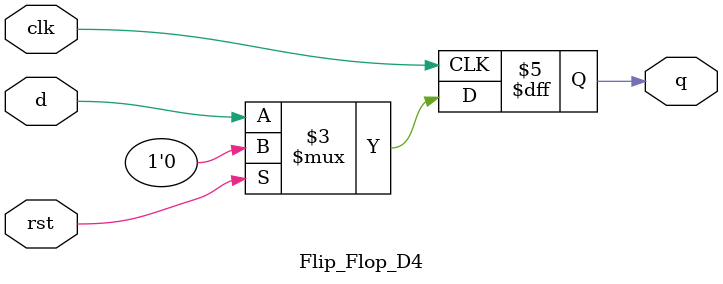
<source format=v>
`timescale 1ns / 1ps
module Flip_Flop_D4(

    input clk,
    input d,
    input rst,
    output reg q
    );

	 always @(posedge clk)
	 if (rst) 
	 q <= 0;
	 else
	 q <= d;
    


endmodule

</source>
